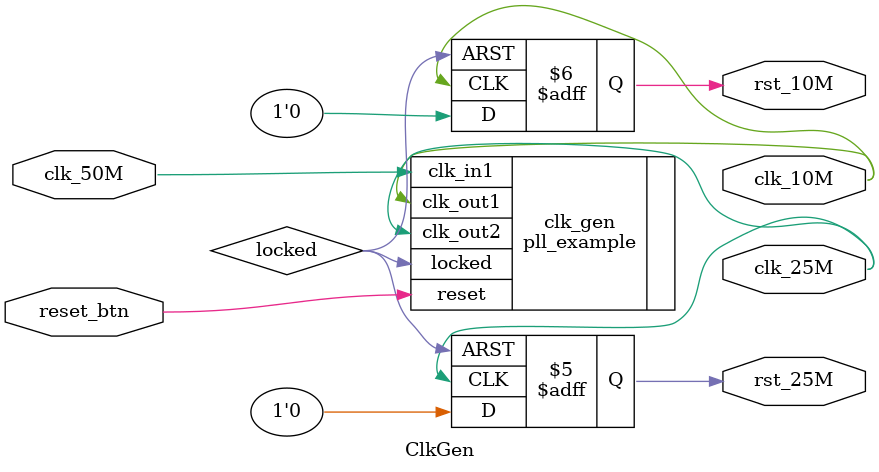
<source format=v>
`timescale 1ns / 1ps

module ClkGen(
    input wire clk_50M,
    input wire reset_btn,
    output wire clk_10M,
    output wire clk_25M,
    output reg rst_10M,
    output reg rst_25M
);
    
    wire locked;
    pll_example clk_gen(
        .clk_in1(clk_50M),
        .reset(reset_btn),
        
        .clk_out1(clk_10M),
        .clk_out2(clk_25M),
        .locked(locked)
    );

    always @(posedge clk_10M, negedge locked) begin
        if (~locked) 
            rst_10M <= 1'b1;
        else
            rst_10M <= 1'b0;
    end
    
    always @(posedge clk_25M, negedge locked) begin
        if (~locked) 
            rst_25M <= 1'b1;
        else
            rst_25M <= 1'b0;
    end
    
endmodule

</source>
